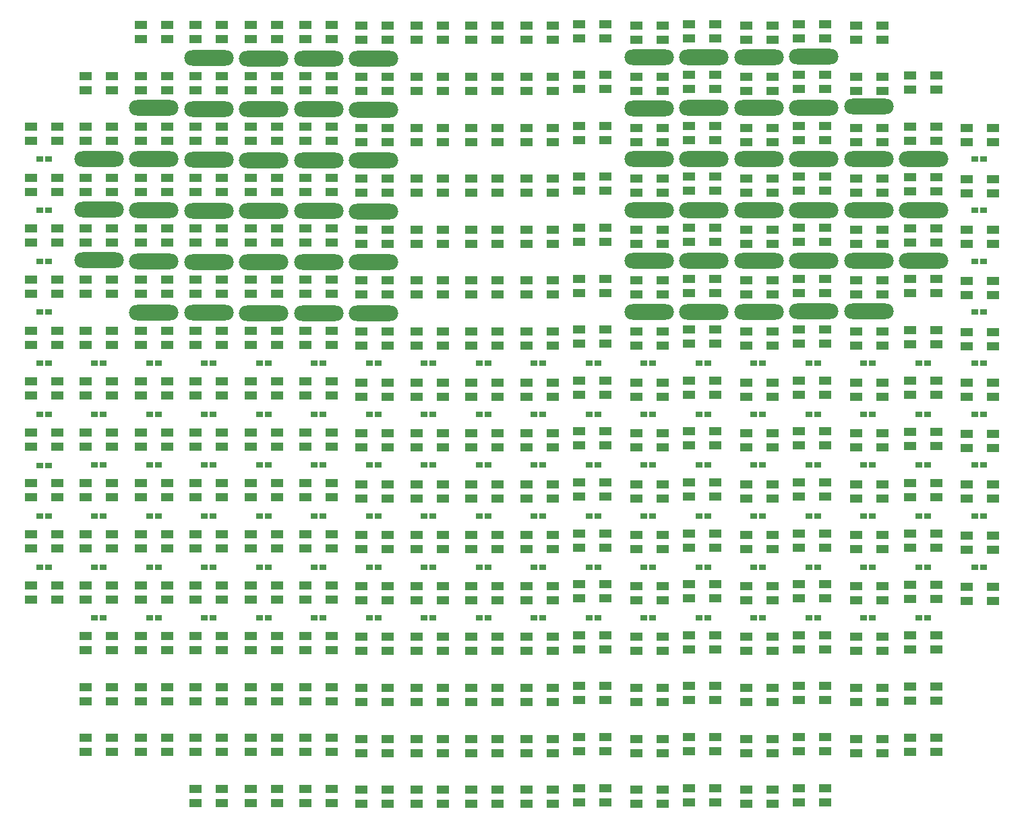
<source format=gts>
G04 Layer name: Top Solder Mask Layer*
G04 Generated by EasyEDA v1.3.13.eb2668, 2021-11-16 08:35:18*
G04 Gerber Generator version 0.3*
G04 Scale: 100 percent, Rotated: No, Reflected: No*
G04 Dimensions in inches*
G04 Leading zeros omitted, absolute positions, 5 integers and 5 decimals*
%FSLAX55Y55*%
%MOIN*%
%ADD10O,0.2442X0.0769*%
%ADD11R,0.0648X0.0433*%
%ADD12R,0.0351X0.0253*%
G75*


G04 Pad Start*
G54D10*
G01X27165Y-12500D03*
G01X27165Y-62500D03*
G01X27165Y-37380D03*
G01X54331Y-37750D03*
G01X54331Y-12375D03*
G01X54331Y13000D03*
G01X54331Y-88500D03*
G01X54331Y-63125D03*
G01X81496Y12300D03*
G01X81496Y-12900D03*
G01X81496Y-38100D03*
G01X81496Y-63300D03*
G01X81496Y-88500D03*
G01X81496Y37500D03*
G01X108661Y37353D03*
G01X108661Y12153D03*
G01X108661Y-13047D03*
G01X108661Y-38247D03*
G01X108661Y-63447D03*
G01X108661Y-88647D03*
G01X135827Y37353D03*
G01X162992Y37206D03*
G01X162992Y12006D03*
G01X135827Y12153D03*
G01X135827Y-13047D03*
G01X162992Y-13194D03*
G01X162992Y-38394D03*
G01X135827Y-38247D03*
G01X135827Y-63447D03*
G01X135827Y-88647D03*
G01X162992Y-88794D03*
G01X162992Y-63594D03*
G01X299173Y37900D03*
G01X299173Y12700D03*
G01X299173Y-12500D03*
G01X299173Y-37700D03*
G01X299173Y-62900D03*
G01X299173Y-88100D03*
G01X326339Y-87953D03*
G01X326339Y-62900D03*
G01X326339Y-37700D03*
G01X326339Y-12500D03*
G01X326339Y12847D03*
G01X326339Y38047D03*
G01X353504Y38047D03*
G01X353504Y12847D03*
G01X353504Y-12500D03*
G01X353504Y-37700D03*
G01X353504Y-62900D03*
G01X353504Y-87953D03*
G01X380669Y-87806D03*
G01X407835Y-87806D03*
G01X407835Y-62900D03*
G01X380669Y-62900D03*
G01X380669Y-37700D03*
G01X407835Y-37700D03*
G01X435000Y-37700D03*
G01X435000Y-62900D03*
G01X435000Y-12500D03*
G01X407835Y-12500D03*
G01X380669Y-12500D03*
G01X380669Y12994D03*
G01X380669Y38194D03*
G01X407835Y13694D03*
G54D11*
G01X6450Y-230272D03*
G01X6450Y-223272D03*
G01X-6450Y-223272D03*
G01X-6450Y-230272D03*
G01X6450Y-205075D03*
G01X6450Y-198075D03*
G01X-6450Y-198075D03*
G01X-6450Y-205075D03*
G01X6450Y-179878D03*
G01X6450Y-172878D03*
G01X-6450Y-172878D03*
G01X-6450Y-179878D03*
G01X6450Y-154681D03*
G01X6450Y-147681D03*
G01X-6450Y-147681D03*
G01X-6450Y-154681D03*
G01X6450Y-129484D03*
G01X6450Y-122484D03*
G01X-6450Y-122484D03*
G01X-6450Y-129484D03*
G01X6450Y-104287D03*
G01X6450Y-97287D03*
G01X-6450Y-97287D03*
G01X-6450Y-104287D03*
G01X6450Y-79091D03*
G01X6450Y-72091D03*
G01X-6450Y-72091D03*
G01X-6450Y-79091D03*
G01X6450Y-53894D03*
G01X6450Y-46894D03*
G01X-6450Y-46894D03*
G01X-6450Y-53894D03*
G01X6450Y-28697D03*
G01X6450Y-21697D03*
G01X-6450Y-21697D03*
G01X-6450Y-28697D03*
G01X6450Y-3500D03*
G01X6450Y3500D03*
G01X-6450Y3500D03*
G01X-6450Y-3500D03*
G01X20715Y28697D03*
G01X20715Y21697D03*
G01X33615Y21697D03*
G01X33615Y28697D03*
G01X20715Y3500D03*
G01X20715Y-3500D03*
G01X33615Y-3500D03*
G01X33615Y3500D03*
G01X20715Y-21697D03*
G01X20715Y-28697D03*
G01X33615Y-28697D03*
G01X33615Y-21697D03*
G01X20715Y-46894D03*
G01X20715Y-53894D03*
G01X33615Y-53894D03*
G01X33615Y-46894D03*
G01X20715Y-72091D03*
G01X20715Y-79091D03*
G01X33615Y-79091D03*
G01X33615Y-72091D03*
G01X20715Y-97287D03*
G01X20715Y-104287D03*
G01X33615Y-104287D03*
G01X33615Y-97287D03*
G01X20715Y-122484D03*
G01X20715Y-129484D03*
G01X33615Y-129484D03*
G01X33615Y-122484D03*
G01X20715Y-147681D03*
G01X20715Y-154681D03*
G01X33615Y-154681D03*
G01X33615Y-147681D03*
G01X20715Y-172878D03*
G01X20715Y-179878D03*
G01X33615Y-179878D03*
G01X33615Y-172878D03*
G01X20715Y-198075D03*
G01X20715Y-205075D03*
G01X33615Y-205075D03*
G01X33615Y-198075D03*
G01X20715Y-223272D03*
G01X20715Y-230272D03*
G01X33615Y-230272D03*
G01X33615Y-223272D03*
G01X20715Y-248468D03*
G01X20715Y-255468D03*
G01X33615Y-255468D03*
G01X33615Y-248468D03*
G01X20715Y-273665D03*
G01X20715Y-280665D03*
G01X33615Y-280665D03*
G01X33615Y-273665D03*
G01X20715Y-298862D03*
G01X20715Y-305862D03*
G01X33615Y-305862D03*
G01X33615Y-298862D03*
G01X60781Y-305862D03*
G01X60781Y-298862D03*
G01X47881Y-298862D03*
G01X47881Y-305862D03*
G01X60781Y-280665D03*
G01X60781Y-273665D03*
G01X47881Y-273665D03*
G01X47881Y-280665D03*
G01X60781Y-255468D03*
G01X60781Y-248468D03*
G01X47881Y-248468D03*
G01X47881Y-255468D03*
G01X60781Y-230272D03*
G01X60781Y-223272D03*
G01X47881Y-223272D03*
G01X47881Y-230272D03*
G01X60781Y-205075D03*
G01X60781Y-198075D03*
G01X47881Y-198075D03*
G01X47881Y-205075D03*
G01X60781Y-179878D03*
G01X60781Y-172878D03*
G01X47881Y-172878D03*
G01X47881Y-179878D03*
G01X60781Y-154681D03*
G01X60781Y-147681D03*
G01X47881Y-147681D03*
G01X47881Y-154681D03*
G01X60781Y-129484D03*
G01X60781Y-122484D03*
G01X47881Y-122484D03*
G01X47881Y-129484D03*
G01X60781Y-104287D03*
G01X60781Y-97287D03*
G01X47881Y-97287D03*
G01X47881Y-104287D03*
G01X60781Y-79091D03*
G01X60781Y-72091D03*
G01X47881Y-72091D03*
G01X47881Y-79091D03*
G01X60781Y-53894D03*
G01X60781Y-46894D03*
G01X47881Y-46894D03*
G01X47881Y-53894D03*
G01X60781Y-28697D03*
G01X60781Y-21697D03*
G01X47881Y-21697D03*
G01X47881Y-28697D03*
G01X60781Y-3500D03*
G01X60781Y3500D03*
G01X47881Y3500D03*
G01X47881Y-3500D03*
G01X60781Y21697D03*
G01X60781Y28697D03*
G01X47881Y28697D03*
G01X47881Y21697D03*
G01X60781Y46894D03*
G01X60781Y53894D03*
G01X47881Y53894D03*
G01X47881Y46894D03*
G01X75046Y53895D03*
G01X75046Y46895D03*
G01X87946Y46895D03*
G01X87946Y53895D03*
G01X75046Y28698D03*
G01X75046Y21698D03*
G01X87946Y21698D03*
G01X87946Y28698D03*
G01X75046Y3501D03*
G01X75046Y-3499D03*
G01X87946Y-3499D03*
G01X87946Y3501D03*
G01X75046Y-21696D03*
G01X75046Y-28696D03*
G01X87946Y-28696D03*
G01X87946Y-21696D03*
G01X75046Y-46893D03*
G01X75046Y-53893D03*
G01X87946Y-53893D03*
G01X87946Y-46893D03*
G01X75046Y-72090D03*
G01X75046Y-79090D03*
G01X87946Y-79090D03*
G01X87946Y-72090D03*
G01X75046Y-97287D03*
G01X75046Y-104287D03*
G01X87946Y-104287D03*
G01X87946Y-97287D03*
G01X75046Y-122484D03*
G01X75046Y-129484D03*
G01X87946Y-129484D03*
G01X87946Y-122484D03*
G01X75046Y-147680D03*
G01X75046Y-154680D03*
G01X87946Y-154680D03*
G01X87946Y-147680D03*
G01X75046Y-172877D03*
G01X75046Y-179877D03*
G01X87946Y-179877D03*
G01X87946Y-172877D03*
G01X75046Y-198074D03*
G01X75046Y-205074D03*
G01X87946Y-205074D03*
G01X87946Y-198074D03*
G01X75046Y-223271D03*
G01X75046Y-230271D03*
G01X87946Y-230271D03*
G01X87946Y-223271D03*
G01X75046Y-248468D03*
G01X75046Y-255468D03*
G01X87946Y-255468D03*
G01X87946Y-248468D03*
G01X75046Y-273665D03*
G01X75046Y-280665D03*
G01X87946Y-280665D03*
G01X87946Y-273665D03*
G01X75046Y-298862D03*
G01X75046Y-305862D03*
G01X87946Y-305862D03*
G01X87946Y-298862D03*
G01X75046Y-324059D03*
G01X75046Y-331059D03*
G01X87946Y-331059D03*
G01X87946Y-324059D03*
G01X115111Y-331059D03*
G01X115111Y-324059D03*
G01X102211Y-324059D03*
G01X102211Y-331059D03*
G01X115111Y-305862D03*
G01X115111Y-298862D03*
G01X102211Y-298862D03*
G01X102211Y-305862D03*
G01X115111Y-280665D03*
G01X115111Y-273665D03*
G01X102211Y-273665D03*
G01X102211Y-280665D03*
G01X115111Y-255469D03*
G01X115111Y-248469D03*
G01X102211Y-248469D03*
G01X102211Y-255469D03*
G01X115111Y-230272D03*
G01X115111Y-223272D03*
G01X102211Y-223272D03*
G01X102211Y-230272D03*
G01X115111Y-205075D03*
G01X115111Y-198075D03*
G01X102211Y-198075D03*
G01X102211Y-205075D03*
G01X115111Y-154681D03*
G01X115111Y-147681D03*
G01X102211Y-147681D03*
G01X102211Y-154681D03*
G01X115111Y-129484D03*
G01X115111Y-122484D03*
G01X102211Y-122484D03*
G01X102211Y-129484D03*
G01X115111Y-104287D03*
G01X115111Y-97287D03*
G01X102211Y-97287D03*
G01X102211Y-104287D03*
G01X115111Y-53894D03*
G01X115111Y-46894D03*
G01X102211Y-46894D03*
G01X102211Y-53894D03*
G01X115111Y-28697D03*
G01X115111Y-21697D03*
G01X102211Y-21697D03*
G01X102211Y-28697D03*
G01X115111Y-3500D03*
G01X115111Y3500D03*
G01X102211Y3500D03*
G01X102211Y-3500D03*
G01X115111Y21697D03*
G01X115111Y28697D03*
G01X102211Y28697D03*
G01X102211Y21697D03*
G01X115111Y46894D03*
G01X115111Y53894D03*
G01X102211Y53894D03*
G01X102211Y46894D03*
G01X129377Y53894D03*
G01X129377Y46894D03*
G01X142277Y46894D03*
G01X142277Y53894D03*
G01X129377Y28697D03*
G01X129377Y21697D03*
G01X142277Y21697D03*
G01X142277Y28697D03*
G01X129377Y3500D03*
G01X129377Y-3500D03*
G01X142277Y-3500D03*
G01X142277Y3500D03*
G01X129377Y-21697D03*
G01X129377Y-28697D03*
G01X142277Y-28697D03*
G01X142277Y-21697D03*
G01X129377Y-46894D03*
G01X129377Y-53894D03*
G01X142277Y-53894D03*
G01X142277Y-46894D03*
G01X129377Y-72091D03*
G01X129377Y-79091D03*
G01X142277Y-79091D03*
G01X142277Y-72091D03*
G01X129377Y-97287D03*
G01X129377Y-104287D03*
G01X142277Y-104287D03*
G01X142277Y-97287D03*
G01X129377Y-122484D03*
G01X129377Y-129484D03*
G01X142277Y-129484D03*
G01X142277Y-122484D03*
G01X129377Y-147681D03*
G01X129377Y-154681D03*
G01X142277Y-154681D03*
G01X142277Y-147681D03*
G01X129377Y-172878D03*
G01X129377Y-179878D03*
G01X142277Y-179878D03*
G01X142277Y-172878D03*
G01X129377Y-198075D03*
G01X129377Y-205075D03*
G01X142277Y-205075D03*
G01X142277Y-198075D03*
G01X129377Y-223272D03*
G01X129377Y-230272D03*
G01X142277Y-230272D03*
G01X142277Y-223272D03*
G01X129377Y-248469D03*
G01X129377Y-255469D03*
G01X142277Y-255469D03*
G01X142277Y-248469D03*
G01X129377Y-273665D03*
G01X129377Y-280665D03*
G01X142277Y-280665D03*
G01X142277Y-273665D03*
G01X129377Y-298862D03*
G01X129377Y-305862D03*
G01X142277Y-305862D03*
G01X142277Y-298862D03*
G01X169942Y-331509D03*
G01X169942Y-324509D03*
G01X157042Y-324509D03*
G01X157042Y-331509D03*
G01X169942Y-306312D03*
G01X169942Y-299312D03*
G01X157042Y-299312D03*
G01X157042Y-306312D03*
G01X169942Y-281115D03*
G01X169942Y-274115D03*
G01X157042Y-274115D03*
G01X157042Y-281115D03*
G01X169942Y-255918D03*
G01X169942Y-248918D03*
G01X157042Y-248918D03*
G01X157042Y-255918D03*
G01X169942Y-230722D03*
G01X169942Y-223722D03*
G01X157042Y-223722D03*
G01X157042Y-230722D03*
G01X169942Y-205525D03*
G01X169942Y-198525D03*
G01X157042Y-198525D03*
G01X157042Y-205525D03*
G01X169942Y-180328D03*
G01X169942Y-173328D03*
G01X157042Y-173328D03*
G01X157042Y-180328D03*
G01X169942Y-155131D03*
G01X169942Y-148131D03*
G01X157042Y-148131D03*
G01X157042Y-155131D03*
G01X169942Y-129934D03*
G01X169942Y-122934D03*
G01X157042Y-122934D03*
G01X157042Y-129934D03*
G01X169942Y-104737D03*
G01X169942Y-97737D03*
G01X157042Y-97737D03*
G01X157042Y-104737D03*
G01X169942Y-79541D03*
G01X169942Y-72541D03*
G01X157042Y-72541D03*
G01X157042Y-79541D03*
G01X169942Y-54344D03*
G01X169942Y-47344D03*
G01X157042Y-47344D03*
G01X157042Y-54344D03*
G01X169942Y-29147D03*
G01X169942Y-22147D03*
G01X157042Y-22147D03*
G01X157042Y-29147D03*
G01X169942Y-3950D03*
G01X169942Y3050D03*
G01X157042Y3050D03*
G01X157042Y-3950D03*
G01X169942Y21247D03*
G01X169942Y28247D03*
G01X157042Y28247D03*
G01X157042Y21247D03*
G01X169942Y46444D03*
G01X169942Y53444D03*
G01X157042Y53444D03*
G01X157042Y46444D03*
G01X184207Y53444D03*
G01X184207Y46444D03*
G01X197107Y46444D03*
G01X197107Y53444D03*
G01X184207Y28247D03*
G01X184207Y21247D03*
G01X197107Y21247D03*
G01X197107Y28247D03*
G01X184207Y3050D03*
G01X184207Y-3950D03*
G01X197107Y-3950D03*
G01X197107Y3050D03*
G01X184207Y-22147D03*
G01X184207Y-29147D03*
G01X197107Y-29147D03*
G01X197107Y-22147D03*
G01X184207Y-47344D03*
G01X184207Y-54344D03*
G01X197107Y-54344D03*
G01X197107Y-47344D03*
G01X184207Y-72541D03*
G01X184207Y-79541D03*
G01X197107Y-79541D03*
G01X197107Y-72541D03*
G01X184207Y-97737D03*
G01X184207Y-104737D03*
G01X197107Y-104737D03*
G01X197107Y-97737D03*
G01X184207Y-122934D03*
G01X184207Y-129934D03*
G01X197107Y-129934D03*
G01X197107Y-122934D03*
G01X184207Y-148131D03*
G01X184207Y-155131D03*
G01X197107Y-155131D03*
G01X197107Y-148131D03*
G01X184207Y-173328D03*
G01X184207Y-180328D03*
G01X197107Y-180328D03*
G01X197107Y-173328D03*
G01X184207Y-198525D03*
G01X184207Y-205525D03*
G01X197107Y-205525D03*
G01X197107Y-198525D03*
G01X184207Y-248918D03*
G01X184207Y-255918D03*
G01X197107Y-255918D03*
G01X197107Y-248918D03*
G01X184207Y-274115D03*
G01X184207Y-281115D03*
G01X197107Y-281115D03*
G01X197107Y-274115D03*
G01X184207Y-299312D03*
G01X184207Y-306312D03*
G01X197107Y-306312D03*
G01X197107Y-299312D03*
G01X184207Y-324509D03*
G01X184207Y-331509D03*
G01X197107Y-331509D03*
G01X197107Y-324509D03*
G01X224273Y-331509D03*
G01X224273Y-324509D03*
G01X211373Y-324509D03*
G01X211373Y-331509D03*
G01X224273Y-306312D03*
G01X224273Y-299312D03*
G01X211373Y-299312D03*
G01X211373Y-306312D03*
G01X224273Y-281115D03*
G01X224273Y-274115D03*
G01X211373Y-274115D03*
G01X211373Y-281115D03*
G01X224273Y-255918D03*
G01X224273Y-248918D03*
G01X211373Y-248918D03*
G01X211373Y-255918D03*
G01X224273Y-230722D03*
G01X224273Y-223722D03*
G01X211373Y-223722D03*
G01X211373Y-230722D03*
G01X224273Y-205525D03*
G01X224273Y-198525D03*
G01X211373Y-198525D03*
G01X211373Y-205525D03*
G01X224273Y-180328D03*
G01X224273Y-173328D03*
G01X211373Y-173328D03*
G01X211373Y-180328D03*
G01X224273Y-155131D03*
G01X224273Y-148131D03*
G01X211373Y-148131D03*
G01X211373Y-155131D03*
G01X224273Y-129934D03*
G01X224273Y-122934D03*
G01X211373Y-122934D03*
G01X211373Y-129934D03*
G01X224273Y-104737D03*
G01X224273Y-97737D03*
G01X211373Y-97737D03*
G01X211373Y-104737D03*
G01X224273Y-79541D03*
G01X224273Y-72541D03*
G01X211373Y-72541D03*
G01X211373Y-79541D03*
G01X224273Y-54344D03*
G01X224273Y-47344D03*
G01X211373Y-47344D03*
G01X211373Y-54344D03*
G01X224273Y-29147D03*
G01X224273Y-22147D03*
G01X211373Y-22147D03*
G01X211373Y-29147D03*
G01X224273Y-3950D03*
G01X224273Y3050D03*
G01X211373Y3050D03*
G01X211373Y-3950D03*
G01X224273Y21247D03*
G01X224273Y28247D03*
G01X211373Y28247D03*
G01X211373Y21247D03*
G01X224273Y46444D03*
G01X224273Y53444D03*
G01X211373Y53444D03*
G01X211373Y46444D03*
G01X238538Y53444D03*
G01X238538Y46444D03*
G01X251438Y46444D03*
G01X251438Y53444D03*
G01X238538Y28247D03*
G01X238538Y21247D03*
G01X251438Y21247D03*
G01X251438Y28247D03*
G01X238538Y3050D03*
G01X238538Y-3950D03*
G01X251438Y-3950D03*
G01X251438Y3050D03*
G01X238538Y-22147D03*
G01X238538Y-29147D03*
G01X251438Y-29147D03*
G01X251438Y-22147D03*
G01X238538Y-47344D03*
G01X238538Y-54344D03*
G01X251438Y-54344D03*
G01X251438Y-47344D03*
G01X238538Y-72541D03*
G01X238538Y-79541D03*
G01X251438Y-79541D03*
G01X251438Y-72541D03*
G01X238538Y-97737D03*
G01X238538Y-104737D03*
G01X251438Y-104737D03*
G01X251438Y-97737D03*
G01X238538Y-122934D03*
G01X238538Y-129934D03*
G01X251438Y-129934D03*
G01X251438Y-122934D03*
G01X238538Y-148131D03*
G01X238538Y-155131D03*
G01X251438Y-155131D03*
G01X251438Y-148131D03*
G01X238538Y-173328D03*
G01X238538Y-180328D03*
G01X251438Y-180328D03*
G01X251438Y-173328D03*
G01X238538Y-198525D03*
G01X238538Y-205525D03*
G01X251438Y-205525D03*
G01X251438Y-198525D03*
G01X238538Y-223722D03*
G01X238538Y-230722D03*
G01X251438Y-230722D03*
G01X251438Y-223722D03*
G01X238538Y-248918D03*
G01X238538Y-255918D03*
G01X251438Y-255918D03*
G01X251438Y-248918D03*
G01X238538Y-274115D03*
G01X238538Y-281115D03*
G01X251438Y-281115D03*
G01X251438Y-274115D03*
G01X238538Y-299312D03*
G01X238538Y-306312D03*
G01X251438Y-306312D03*
G01X251438Y-299312D03*
G01X238538Y-324509D03*
G01X238538Y-331509D03*
G01X251438Y-331509D03*
G01X251438Y-324509D03*
G01X277604Y-330609D03*
G01X277604Y-323609D03*
G01X264704Y-323609D03*
G01X264704Y-330609D03*
G01X277604Y-305412D03*
G01X277604Y-298412D03*
G01X264704Y-298412D03*
G01X264704Y-305412D03*
G01X277604Y-280215D03*
G01X277604Y-273215D03*
G01X264704Y-273215D03*
G01X264704Y-280215D03*
G01X277604Y-255019D03*
G01X277604Y-248019D03*
G01X264704Y-248019D03*
G01X264704Y-255019D03*
G01X277604Y-229822D03*
G01X277604Y-222822D03*
G01X264704Y-222822D03*
G01X264704Y-229822D03*
G01X277604Y-204625D03*
G01X277604Y-197625D03*
G01X264704Y-197625D03*
G01X264704Y-204625D03*
G01X277604Y-179428D03*
G01X277604Y-172428D03*
G01X264704Y-172428D03*
G01X264704Y-179428D03*
G01X277604Y-154231D03*
G01X277604Y-147231D03*
G01X264704Y-147231D03*
G01X264704Y-154231D03*
G01X277604Y-129034D03*
G01X277604Y-122034D03*
G01X264704Y-122034D03*
G01X264704Y-129034D03*
G01X277604Y-103837D03*
G01X277604Y-96837D03*
G01X264704Y-96837D03*
G01X264704Y-103837D03*
G01X277604Y-78641D03*
G01X277604Y-71641D03*
G01X264704Y-71641D03*
G01X264704Y-78641D03*
G01X277604Y-53444D03*
G01X277604Y-46444D03*
G01X264704Y-46444D03*
G01X264704Y-53444D03*
G01X277604Y-28247D03*
G01X277604Y-21247D03*
G01X264704Y-21247D03*
G01X264704Y-28247D03*
G01X277604Y-3050D03*
G01X277604Y3950D03*
G01X264704Y3950D03*
G01X264704Y-3050D03*
G01X277604Y22147D03*
G01X277604Y29147D03*
G01X264704Y29147D03*
G01X264704Y22147D03*
G01X277604Y47344D03*
G01X277604Y54344D03*
G01X264704Y54344D03*
G01X264704Y47344D03*
G01X292869Y53444D03*
G01X292869Y46444D03*
G01X305769Y46444D03*
G01X305769Y53444D03*
G01X292869Y28247D03*
G01X292869Y21247D03*
G01X305769Y21247D03*
G01X305769Y28247D03*
G01X292869Y3050D03*
G01X292869Y-3950D03*
G01X305769Y-3950D03*
G01X305769Y3050D03*
G01X292869Y-22147D03*
G01X292869Y-29147D03*
G01X305769Y-29147D03*
G01X305769Y-22147D03*
G01X292869Y-47344D03*
G01X292869Y-54344D03*
G01X305769Y-54344D03*
G01X305769Y-47344D03*
G01X292869Y-72541D03*
G01X292869Y-79541D03*
G01X305769Y-79541D03*
G01X305769Y-72541D03*
G01X292869Y-97737D03*
G01X292869Y-104737D03*
G01X305769Y-104737D03*
G01X305769Y-97737D03*
G01X292869Y-122934D03*
G01X292869Y-129934D03*
G01X305769Y-129934D03*
G01X305769Y-122934D03*
G01X292869Y-148131D03*
G01X292869Y-155131D03*
G01X305769Y-155131D03*
G01X305769Y-148131D03*
G01X292869Y-173328D03*
G01X292869Y-180328D03*
G01X305769Y-180328D03*
G01X305769Y-173328D03*
G01X292869Y-198525D03*
G01X292869Y-205525D03*
G01X305769Y-205525D03*
G01X305769Y-198525D03*
G01X292869Y-223722D03*
G01X292869Y-230722D03*
G01X305769Y-230722D03*
G01X305769Y-223722D03*
G01X292869Y-248918D03*
G01X292869Y-255918D03*
G01X305769Y-255918D03*
G01X305769Y-248918D03*
G01X292869Y-274115D03*
G01X292869Y-281115D03*
G01X305769Y-281115D03*
G01X305769Y-274115D03*
G01X292869Y-299312D03*
G01X292869Y-306312D03*
G01X305769Y-306312D03*
G01X305769Y-299312D03*
G01X292869Y-324509D03*
G01X292869Y-331509D03*
G01X305769Y-331509D03*
G01X305769Y-324509D03*
G01X331934Y-330609D03*
G01X331934Y-323609D03*
G01X319034Y-323609D03*
G01X319034Y-330609D03*
G01X331934Y-305412D03*
G01X331934Y-298412D03*
G01X319034Y-298412D03*
G01X319034Y-305412D03*
G01X331934Y-280215D03*
G01X331934Y-273215D03*
G01X319034Y-273215D03*
G01X319034Y-280215D03*
G01X331934Y-255019D03*
G01X331934Y-248019D03*
G01X319034Y-248019D03*
G01X319034Y-255019D03*
G01X331934Y-229822D03*
G01X331934Y-222822D03*
G01X319034Y-222822D03*
G01X319034Y-229822D03*
G01X331934Y-204625D03*
G01X331934Y-197625D03*
G01X319034Y-197625D03*
G01X319034Y-204625D03*
G01X331934Y-179428D03*
G01X331934Y-172428D03*
G01X319034Y-172428D03*
G01X319034Y-179428D03*
G01X331934Y-154231D03*
G01X331934Y-147231D03*
G01X319034Y-147231D03*
G01X319034Y-154231D03*
G01X331934Y-129034D03*
G01X331934Y-122034D03*
G01X319034Y-122034D03*
G01X319034Y-129034D03*
G01X331934Y-103837D03*
G01X331934Y-96837D03*
G01X319034Y-96837D03*
G01X319034Y-103837D03*
G01X331934Y-78641D03*
G01X331934Y-71641D03*
G01X319034Y-71641D03*
G01X319034Y-78641D03*
G01X331934Y-53444D03*
G01X331934Y-46444D03*
G01X319034Y-46444D03*
G01X319034Y-53444D03*
G01X331934Y-28247D03*
G01X331934Y-21247D03*
G01X319034Y-21247D03*
G01X319034Y-28247D03*
G01X331934Y-3050D03*
G01X331934Y3950D03*
G01X319034Y3950D03*
G01X319034Y-3050D03*
G01X331934Y22147D03*
G01X331934Y29147D03*
G01X319034Y29147D03*
G01X319034Y22147D03*
G01X331934Y47344D03*
G01X331934Y54344D03*
G01X319034Y54344D03*
G01X319034Y47344D03*
G01X347200Y53444D03*
G01X347200Y46444D03*
G01X360100Y46444D03*
G01X360100Y53444D03*
G01X347200Y28247D03*
G01X347200Y21247D03*
G01X360100Y21247D03*
G01X360100Y28247D03*
G01X347200Y3050D03*
G01X347200Y-3950D03*
G01X360100Y-3950D03*
G01X360100Y3050D03*
G01X347200Y-22147D03*
G01X347200Y-29147D03*
G01X360100Y-29147D03*
G01X360100Y-22147D03*
G01X347200Y-47344D03*
G01X347200Y-54344D03*
G01X360100Y-54344D03*
G01X360100Y-47344D03*
G01X347200Y-72541D03*
G01X347200Y-79541D03*
G01X360100Y-79541D03*
G01X360100Y-72541D03*
G01X347200Y-97737D03*
G01X347200Y-104737D03*
G01X360100Y-104737D03*
G01X360100Y-97737D03*
G01X347200Y-122934D03*
G01X347200Y-129934D03*
G01X360100Y-129934D03*
G01X360100Y-122934D03*
G01X347200Y-148131D03*
G01X347200Y-155131D03*
G01X360100Y-155131D03*
G01X360100Y-148131D03*
G01X347200Y-173328D03*
G01X347200Y-180328D03*
G01X360100Y-180328D03*
G01X360100Y-173328D03*
G01X347200Y-198525D03*
G01X347200Y-205525D03*
G01X360100Y-205525D03*
G01X360100Y-198525D03*
G01X347200Y-223722D03*
G01X347200Y-230722D03*
G01X360100Y-230722D03*
G01X360100Y-223722D03*
G01X347200Y-248918D03*
G01X347200Y-255918D03*
G01X360100Y-255918D03*
G01X360100Y-248918D03*
G01X347200Y-274115D03*
G01X347200Y-281115D03*
G01X360100Y-281115D03*
G01X360100Y-274115D03*
G01X347200Y-299312D03*
G01X347200Y-306312D03*
G01X360100Y-306312D03*
G01X360100Y-299312D03*
G01X347200Y-324509D03*
G01X347200Y-331509D03*
G01X360100Y-331509D03*
G01X360100Y-324509D03*
G01X386265Y-330609D03*
G01X386265Y-323609D03*
G01X373365Y-323609D03*
G01X373365Y-330609D03*
G01X386265Y-305412D03*
G01X386265Y-298412D03*
G01X373365Y-298412D03*
G01X373365Y-305412D03*
G01X386265Y-280215D03*
G01X386265Y-273215D03*
G01X373365Y-273215D03*
G01X373365Y-280215D03*
G01X386265Y-255019D03*
G01X386265Y-248019D03*
G01X373365Y-248019D03*
G01X373365Y-255019D03*
G01X386265Y-229822D03*
G01X386265Y-222822D03*
G01X373365Y-222822D03*
G01X373365Y-229822D03*
G01X386265Y-204625D03*
G01X386265Y-197625D03*
G01X373365Y-197625D03*
G01X373365Y-204625D03*
G01X386265Y-179428D03*
G01X386265Y-172428D03*
G01X373365Y-172428D03*
G01X373365Y-179428D03*
G01X386265Y-154231D03*
G01X386265Y-147231D03*
G01X373365Y-147231D03*
G01X373365Y-154231D03*
G01X386265Y-129034D03*
G01X386265Y-122034D03*
G01X373365Y-122034D03*
G01X373365Y-129034D03*
G01X386265Y-103837D03*
G01X386265Y-96837D03*
G01X373365Y-96837D03*
G01X373365Y-103837D03*
G01X386265Y-78641D03*
G01X386265Y-71641D03*
G01X373365Y-71641D03*
G01X373365Y-78641D03*
G01X386265Y-53444D03*
G01X386265Y-46444D03*
G01X373365Y-46444D03*
G01X373365Y-53444D03*
G01X386265Y-28247D03*
G01X386265Y-21247D03*
G01X373365Y-21247D03*
G01X373365Y-28247D03*
G01X386265Y-3050D03*
G01X386265Y3950D03*
G01X373365Y3950D03*
G01X373365Y-3050D03*
G01X386265Y22147D03*
G01X386265Y29147D03*
G01X373365Y29147D03*
G01X373365Y22147D03*
G01X386265Y47344D03*
G01X386265Y54344D03*
G01X373365Y54344D03*
G01X373365Y47344D03*
G01X401530Y53444D03*
G01X401530Y46444D03*
G01X414430Y46444D03*
G01X414430Y53444D03*
G01X401530Y28247D03*
G01X401530Y21247D03*
G01X414430Y21247D03*
G01X414430Y28247D03*
G01X401530Y3050D03*
G01X401530Y-3950D03*
G01X414430Y-3950D03*
G01X414430Y3050D03*
G01X401530Y-22147D03*
G01X401530Y-29147D03*
G01X414430Y-29147D03*
G01X414430Y-22147D03*
G01X401530Y-47344D03*
G01X401530Y-54344D03*
G01X414430Y-54344D03*
G01X414430Y-47344D03*
G01X401530Y-72541D03*
G01X401530Y-79541D03*
G01X414430Y-79541D03*
G01X414430Y-72541D03*
G01X401530Y-97737D03*
G01X401530Y-104737D03*
G01X414430Y-104737D03*
G01X414430Y-97737D03*
G01X401530Y-122934D03*
G01X401530Y-129934D03*
G01X414430Y-129934D03*
G01X414430Y-122934D03*
G01X401530Y-148131D03*
G01X401530Y-155131D03*
G01X414430Y-155131D03*
G01X414430Y-148131D03*
G01X401530Y-173328D03*
G01X401530Y-180328D03*
G01X414430Y-180328D03*
G01X414430Y-173328D03*
G01X401530Y-198525D03*
G01X401530Y-205525D03*
G01X414430Y-205525D03*
G01X414430Y-198525D03*
G01X401530Y-223722D03*
G01X401530Y-230722D03*
G01X414430Y-230722D03*
G01X414430Y-223722D03*
G01X401530Y-248918D03*
G01X401530Y-255918D03*
G01X414430Y-255918D03*
G01X414430Y-248918D03*
G01X401530Y-274115D03*
G01X401530Y-281115D03*
G01X414430Y-281115D03*
G01X414430Y-274115D03*
G01X401530Y-299312D03*
G01X401530Y-306312D03*
G01X414430Y-306312D03*
G01X414430Y-299312D03*
G54D12*
G01X2150Y-214500D03*
G01X-2150Y-214500D03*
G01X2150Y-12500D03*
G01X-2150Y-12500D03*
G01X2150Y-37750D03*
G01X-2150Y-37750D03*
G01X2150Y-63000D03*
G01X-2150Y-63000D03*
G01X2150Y-88250D03*
G01X-2150Y-88250D03*
G01X2150Y-113500D03*
G01X-2150Y-113500D03*
G01X2150Y-138750D03*
G01X-2150Y-138750D03*
G01X2150Y-164000D03*
G01X-2150Y-164000D03*
G01X2150Y-189250D03*
G01X-2150Y-189250D03*
G01X25015Y-113500D03*
G01X29315Y-113500D03*
G01X56481Y-113500D03*
G01X52181Y-113500D03*
G01X351000Y-239484D03*
G01X355300Y-239484D03*
G01X110811Y-113500D03*
G01X106511Y-113500D03*
G01X296669Y-239484D03*
G01X300969Y-239484D03*
G01X165142Y-113500D03*
G01X160842Y-113500D03*
G01X242338Y-239484D03*
G01X246638Y-239484D03*
G01X219473Y-113500D03*
G01X215173Y-113500D03*
G01X188007Y-239484D03*
G01X192307Y-239484D03*
G01X273804Y-113500D03*
G01X269504Y-113500D03*
G01X133677Y-239484D03*
G01X137977Y-239484D03*
G01X328134Y-113500D03*
G01X323834Y-113500D03*
G01X79346Y-239484D03*
G01X83646Y-239484D03*
G01X382465Y-113500D03*
G01X378165Y-113500D03*
G01X405330Y-239484D03*
G01X409630Y-239484D03*
G01X436796Y-113500D03*
G01X432496Y-113500D03*
G01X25015Y-138697D03*
G01X29315Y-138697D03*
G01X56481Y-138697D03*
G01X52181Y-138697D03*
G01X351000Y-214287D03*
G01X355300Y-214287D03*
G01X110811Y-138697D03*
G01X106511Y-138697D03*
G01X296669Y-214287D03*
G01X300969Y-214287D03*
G01X165142Y-138697D03*
G01X160842Y-138697D03*
G01X242338Y-214287D03*
G01X246638Y-214287D03*
G01X219473Y-138697D03*
G01X215173Y-138697D03*
G01X188007Y-214287D03*
G01X192307Y-214287D03*
G01X273804Y-138697D03*
G01X269504Y-138697D03*
G01X133677Y-214287D03*
G01X137977Y-214287D03*
G01X328134Y-138697D03*
G01X323834Y-138697D03*
G01X79346Y-214287D03*
G01X83646Y-214287D03*
G01X382465Y-138697D03*
G01X378165Y-138697D03*
G01X405330Y-214287D03*
G01X409630Y-214287D03*
G01X436796Y-138697D03*
G01X432496Y-138697D03*
G01X25015Y-163894D03*
G01X29315Y-163894D03*
G01X56481Y-163894D03*
G01X52181Y-163894D03*
G01X351000Y-189091D03*
G01X355300Y-189091D03*
G01X110811Y-163894D03*
G01X106511Y-163894D03*
G01X296669Y-189091D03*
G01X300969Y-189091D03*
G01X165142Y-163894D03*
G01X160842Y-163894D03*
G01X242338Y-189091D03*
G01X246638Y-189091D03*
G01X219473Y-163894D03*
G01X215173Y-163894D03*
G01X188007Y-189091D03*
G01X192307Y-189091D03*
G01X273804Y-163894D03*
G01X269504Y-163894D03*
G01X133677Y-189091D03*
G01X137977Y-189091D03*
G01X328134Y-163894D03*
G01X323834Y-163894D03*
G01X79346Y-189091D03*
G01X83646Y-189091D03*
G01X382465Y-163894D03*
G01X378165Y-163894D03*
G01X405330Y-189091D03*
G01X409630Y-189091D03*
G01X436796Y-163894D03*
G01X432496Y-163894D03*
G01X25015Y-189091D03*
G01X29315Y-189091D03*
G01X56481Y-189091D03*
G01X52181Y-189091D03*
G01X351000Y-163894D03*
G01X355300Y-163894D03*
G01X110811Y-189091D03*
G01X106511Y-189091D03*
G01X296669Y-163894D03*
G01X300969Y-163894D03*
G01X165142Y-189091D03*
G01X160842Y-189091D03*
G01X242338Y-163894D03*
G01X246638Y-163894D03*
G01X219473Y-189091D03*
G01X215173Y-189091D03*
G01X188007Y-163894D03*
G01X192307Y-163894D03*
G01X273804Y-189091D03*
G01X269504Y-189091D03*
G01X133677Y-163894D03*
G01X137977Y-163894D03*
G01X328134Y-189091D03*
G01X323834Y-189091D03*
G01X79346Y-163894D03*
G01X83646Y-163894D03*
G01X382465Y-189091D03*
G01X378165Y-189091D03*
G01X405330Y-163894D03*
G01X409630Y-163894D03*
G01X436796Y-189091D03*
G01X432496Y-189091D03*
G01X25015Y-214287D03*
G01X29315Y-214287D03*
G01X56481Y-214287D03*
G01X52181Y-214287D03*
G01X351000Y-138697D03*
G01X355300Y-138697D03*
G01X110811Y-214287D03*
G01X106511Y-214287D03*
G01X296669Y-138697D03*
G01X300969Y-138697D03*
G01X165142Y-214287D03*
G01X160842Y-214287D03*
G01X242338Y-138697D03*
G01X246638Y-138697D03*
G01X219473Y-214287D03*
G01X215173Y-214287D03*
G01X188007Y-138697D03*
G01X192307Y-138697D03*
G01X273804Y-214287D03*
G01X269504Y-214287D03*
G01X133677Y-138697D03*
G01X137977Y-138697D03*
G01X328134Y-214287D03*
G01X323834Y-214287D03*
G01X79346Y-138697D03*
G01X83646Y-138697D03*
G01X382465Y-214287D03*
G01X378165Y-214287D03*
G01X405330Y-138697D03*
G01X409630Y-138697D03*
G01X436796Y-214287D03*
G01X432496Y-214287D03*
G01X25015Y-239484D03*
G01X29315Y-239484D03*
G01X56481Y-239484D03*
G01X52181Y-239484D03*
G01X351000Y-113500D03*
G01X355300Y-113500D03*
G01X110811Y-239484D03*
G01X106511Y-239484D03*
G01X296669Y-113500D03*
G01X300969Y-113500D03*
G01X165142Y-239484D03*
G01X160842Y-239484D03*
G01X242338Y-113500D03*
G01X246638Y-113500D03*
G01X219473Y-239484D03*
G01X215173Y-239484D03*
G01X188007Y-113500D03*
G01X192307Y-113500D03*
G01X273804Y-239484D03*
G01X269504Y-239484D03*
G01X133677Y-113500D03*
G01X137977Y-113500D03*
G01X328134Y-239484D03*
G01X323834Y-239484D03*
G01X79346Y-113500D03*
G01X83646Y-113500D03*
G01X382465Y-239484D03*
G01X378165Y-239484D03*
G01X405330Y-113500D03*
G01X409630Y-113500D03*
G01X436796Y-239484D03*
G01X432496Y-239484D03*
G01X460350Y-12500D03*
G01X464650Y-12500D03*
G01X460350Y-138617D03*
G01X464650Y-138617D03*
G01X460350Y-163841D03*
G01X464650Y-163841D03*
G01X460350Y-37723D03*
G01X464650Y-37723D03*
G01X460350Y-62947D03*
G01X464650Y-62947D03*
G01X460350Y-88170D03*
G01X464650Y-88170D03*
G01X460350Y-113394D03*
G01X464650Y-113394D03*
G54D11*
G01X115111Y-79091D03*
G01X115111Y-72091D03*
G01X102211Y-72091D03*
G01X102211Y-79091D03*
G01X129377Y-324059D03*
G01X129377Y-331059D03*
G01X142277Y-331059D03*
G01X142277Y-324059D03*
G01X441096Y-78866D03*
G01X441096Y-71866D03*
G01X428196Y-71866D03*
G01X428196Y-78866D03*
G01X441096Y-3275D03*
G01X441096Y3725D03*
G01X428196Y3725D03*
G01X428196Y-3275D03*
G01X441096Y-28472D03*
G01X441096Y-21472D03*
G01X428196Y-21472D03*
G01X428196Y-28472D03*
G01X441096Y-104062D03*
G01X441096Y-97062D03*
G01X428196Y-97062D03*
G01X428196Y-104062D03*
G01X441096Y-53669D03*
G01X441096Y-46669D03*
G01X428196Y-46669D03*
G01X428196Y-53669D03*
G01X441096Y21922D03*
G01X441096Y28922D03*
G01X428196Y28922D03*
G01X428196Y21922D03*
G01X441096Y-129259D03*
G01X441096Y-122259D03*
G01X428196Y-122259D03*
G01X428196Y-129259D03*
G01X441096Y-154456D03*
G01X441096Y-147456D03*
G01X428196Y-147456D03*
G01X428196Y-154456D03*
G01X441096Y-179653D03*
G01X441096Y-172653D03*
G01X428196Y-172653D03*
G01X428196Y-179653D03*
G01X441096Y-280440D03*
G01X441096Y-273440D03*
G01X428196Y-273440D03*
G01X428196Y-280440D03*
G01X441096Y-230047D03*
G01X441096Y-223047D03*
G01X428196Y-223047D03*
G01X428196Y-230047D03*
G01X441096Y-204850D03*
G01X441096Y-197850D03*
G01X428196Y-197850D03*
G01X428196Y-204850D03*
G01X441096Y-255243D03*
G01X441096Y-248243D03*
G01X428196Y-248243D03*
G01X428196Y-255243D03*
G01X441096Y-305637D03*
G01X441096Y-298637D03*
G01X428196Y-298637D03*
G01X428196Y-305637D03*
G01X456361Y-223947D03*
G01X456361Y-230947D03*
G01X469261Y-230947D03*
G01X469261Y-223947D03*
G01X456361Y-198750D03*
G01X456361Y-205750D03*
G01X469261Y-205750D03*
G01X469261Y-198750D03*
G01X456361Y-173553D03*
G01X456361Y-180553D03*
G01X469261Y-180553D03*
G01X469261Y-173553D03*
G01X456361Y-148356D03*
G01X456361Y-155356D03*
G01X469261Y-155356D03*
G01X469261Y-148356D03*
G01X456361Y-123159D03*
G01X456361Y-130159D03*
G01X469261Y-130159D03*
G01X469261Y-123159D03*
G01X456361Y-97962D03*
G01X456361Y-104962D03*
G01X469261Y-104962D03*
G01X469261Y-97962D03*
G01X456361Y-72766D03*
G01X456361Y-79766D03*
G01X469261Y-79766D03*
G01X469261Y-72766D03*
G01X456361Y-47569D03*
G01X456361Y-54569D03*
G01X469261Y-54569D03*
G01X469261Y-47569D03*
G01X456361Y-22372D03*
G01X456361Y-29372D03*
G01X469261Y-29372D03*
G01X469261Y-22372D03*
G01X456361Y2825D03*
G01X456361Y-4175D03*
G01X469261Y-4175D03*
G01X469261Y2825D03*
G54D12*
G01X460350Y-214287D03*
G01X464650Y-214287D03*
G01X460350Y-189064D03*
G01X464650Y-189064D03*
G54D11*
G01X115111Y-179878D03*
G01X115111Y-172878D03*
G01X102211Y-172878D03*
G01X102211Y-179878D03*
G01X184207Y-223722D03*
G01X184207Y-230722D03*
G01X197107Y-230722D03*
G01X197107Y-223722D03*
G04 Pad End*

M02*

</source>
